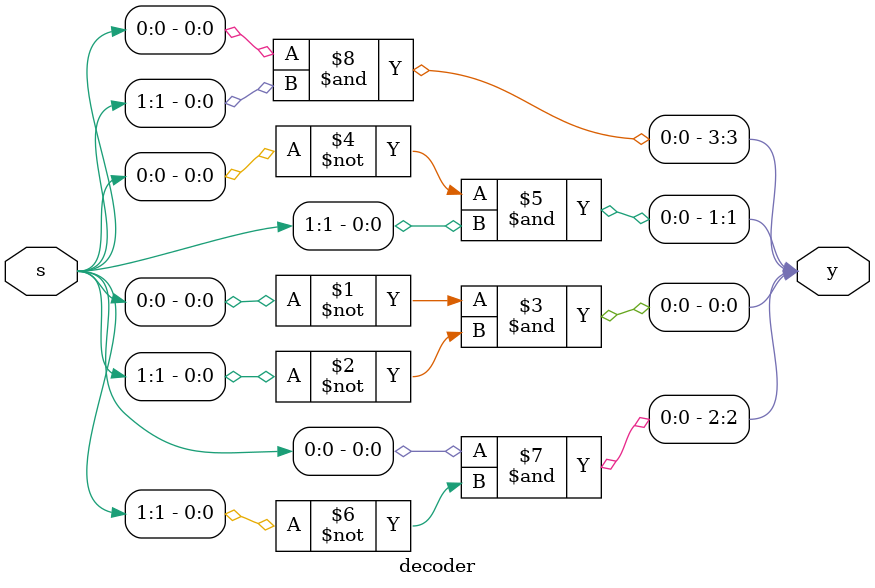
<source format=v>
module decoder(input[1:0]s,output[3:0]y);
assign y[0]=(~s[0])&(~s[1]);
assign y[1]=(~s[0])&(s[1]);
assign y[2]=(s[0])&(~s[1]);
assign y[3]=(s[0])&(s[1]);
endmodule


</source>
